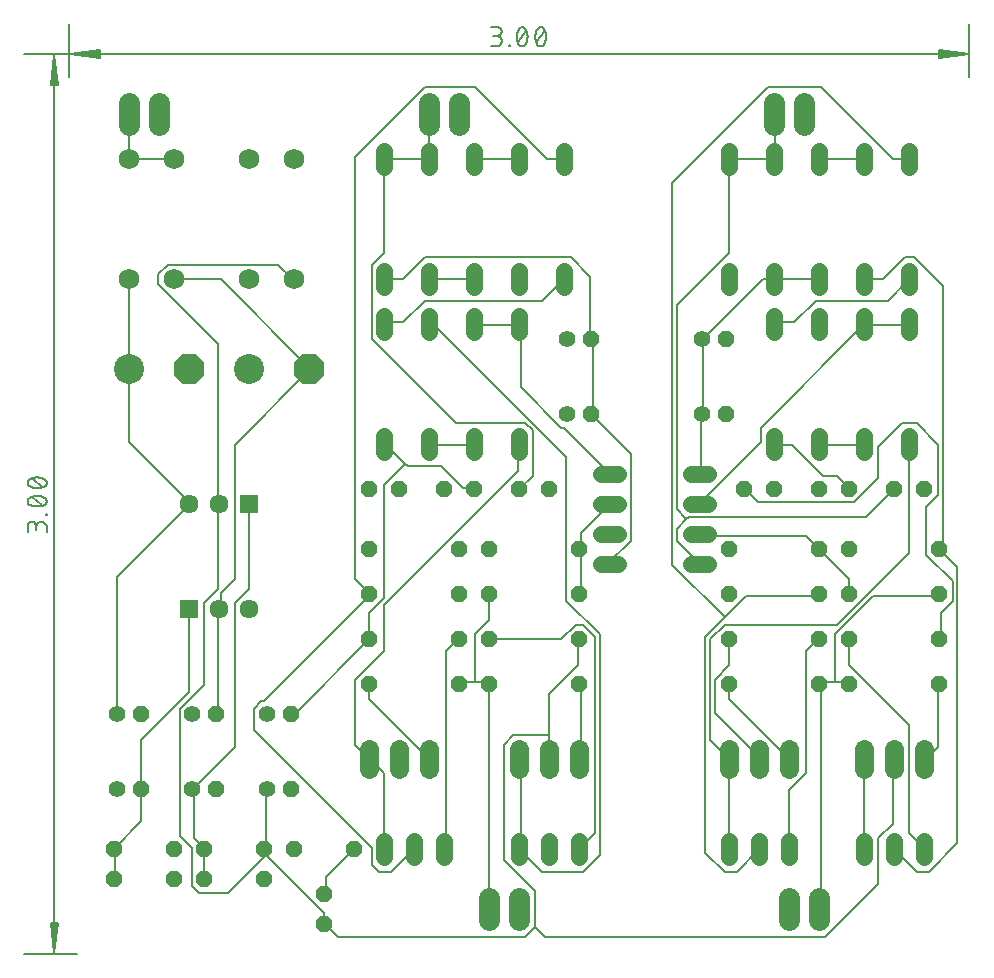
<source format=gtl>
G75*
%MOIN*%
%OFA0B0*%
%FSLAX25Y25*%
%IPPOS*%
%LPD*%
%AMOC8*
5,1,8,0,0,1.08239X$1,22.5*
%
%ADD10C,0.00512*%
%ADD11C,0.00600*%
%ADD12C,0.10000*%
%ADD13OC8,0.10000*%
%ADD14OC8,0.05600*%
%ADD15C,0.05600*%
%ADD16C,0.06800*%
%ADD17C,0.05600*%
%ADD18C,0.06400*%
%ADD19R,0.06337X0.06337*%
%ADD20C,0.06337*%
%ADD21C,0.07124*%
%ADD22C,0.00800*%
D10*
X0003342Y0001256D02*
X0021019Y0001256D01*
X0013342Y0001512D02*
X0014365Y0011492D01*
X0014599Y0011492D02*
X0013342Y0001512D01*
X0012318Y0011492D01*
X0012085Y0011492D02*
X0014599Y0011492D01*
X0013854Y0011492D02*
X0013342Y0001512D01*
X0012830Y0011492D01*
X0012085Y0011492D02*
X0013342Y0001512D01*
X0013342Y0301000D01*
X0014365Y0291020D01*
X0014599Y0291020D02*
X0013342Y0301000D01*
X0012318Y0291020D01*
X0012085Y0291020D02*
X0014599Y0291020D01*
X0013854Y0291020D02*
X0013342Y0301000D01*
X0012830Y0291020D01*
X0012085Y0291020D02*
X0013342Y0301000D01*
X0018598Y0301256D02*
X0028578Y0300232D01*
X0028578Y0299999D02*
X0018598Y0301256D01*
X0028578Y0302280D01*
X0028578Y0302513D02*
X0028578Y0299999D01*
X0028578Y0300744D02*
X0018598Y0301256D01*
X0028578Y0301768D01*
X0028578Y0302513D02*
X0018598Y0301256D01*
X0318086Y0301256D01*
X0308106Y0300232D01*
X0308106Y0299999D02*
X0318086Y0301256D01*
X0308106Y0302280D01*
X0308106Y0302513D02*
X0308106Y0299999D01*
X0308106Y0300744D02*
X0318086Y0301256D01*
X0308106Y0301768D01*
X0308106Y0302513D02*
X0318086Y0301256D01*
X0318342Y0293579D02*
X0318342Y0311256D01*
X0021019Y0301256D02*
X0003342Y0301256D01*
X0018342Y0293579D02*
X0018342Y0311256D01*
D11*
X0158873Y0310218D02*
X0161006Y0310218D01*
X0161006Y0310217D02*
X0161080Y0310215D01*
X0161155Y0310209D01*
X0161228Y0310199D01*
X0161302Y0310186D01*
X0161374Y0310169D01*
X0161445Y0310147D01*
X0161516Y0310123D01*
X0161584Y0310094D01*
X0161652Y0310062D01*
X0161717Y0310026D01*
X0161780Y0309988D01*
X0161842Y0309945D01*
X0161901Y0309900D01*
X0161958Y0309852D01*
X0162012Y0309801D01*
X0162063Y0309747D01*
X0162111Y0309690D01*
X0162156Y0309631D01*
X0162199Y0309569D01*
X0162237Y0309506D01*
X0162273Y0309441D01*
X0162305Y0309373D01*
X0162334Y0309305D01*
X0162358Y0309234D01*
X0162380Y0309163D01*
X0162397Y0309091D01*
X0162410Y0309017D01*
X0162420Y0308944D01*
X0162426Y0308869D01*
X0162428Y0308795D01*
X0162426Y0308721D01*
X0162420Y0308646D01*
X0162410Y0308573D01*
X0162397Y0308499D01*
X0162380Y0308427D01*
X0162358Y0308356D01*
X0162334Y0308285D01*
X0162305Y0308217D01*
X0162273Y0308149D01*
X0162237Y0308084D01*
X0162199Y0308021D01*
X0162156Y0307959D01*
X0162111Y0307900D01*
X0162063Y0307843D01*
X0162012Y0307789D01*
X0161958Y0307738D01*
X0161901Y0307690D01*
X0161842Y0307645D01*
X0161780Y0307602D01*
X0161717Y0307564D01*
X0161652Y0307528D01*
X0161584Y0307496D01*
X0161516Y0307467D01*
X0161445Y0307443D01*
X0161374Y0307421D01*
X0161302Y0307404D01*
X0161228Y0307391D01*
X0161155Y0307381D01*
X0161080Y0307375D01*
X0161006Y0307373D01*
X0159584Y0307373D01*
X0160650Y0307373D02*
X0160733Y0307371D01*
X0160816Y0307365D01*
X0160899Y0307355D01*
X0160982Y0307342D01*
X0161063Y0307324D01*
X0161144Y0307303D01*
X0161223Y0307278D01*
X0161301Y0307249D01*
X0161378Y0307217D01*
X0161453Y0307181D01*
X0161527Y0307142D01*
X0161598Y0307099D01*
X0161668Y0307053D01*
X0161735Y0307003D01*
X0161800Y0306951D01*
X0161862Y0306896D01*
X0161922Y0306837D01*
X0161979Y0306776D01*
X0162033Y0306713D01*
X0162084Y0306647D01*
X0162131Y0306578D01*
X0162176Y0306508D01*
X0162217Y0306435D01*
X0162254Y0306361D01*
X0162289Y0306285D01*
X0162319Y0306207D01*
X0162346Y0306129D01*
X0162369Y0306048D01*
X0162389Y0305967D01*
X0162404Y0305885D01*
X0162416Y0305803D01*
X0162424Y0305720D01*
X0162428Y0305637D01*
X0162428Y0305553D01*
X0162424Y0305470D01*
X0162416Y0305387D01*
X0162404Y0305305D01*
X0162389Y0305223D01*
X0162369Y0305142D01*
X0162346Y0305061D01*
X0162319Y0304983D01*
X0162289Y0304905D01*
X0162254Y0304829D01*
X0162217Y0304755D01*
X0162176Y0304682D01*
X0162131Y0304612D01*
X0162084Y0304543D01*
X0162033Y0304477D01*
X0161979Y0304414D01*
X0161922Y0304353D01*
X0161862Y0304294D01*
X0161800Y0304239D01*
X0161735Y0304187D01*
X0161668Y0304137D01*
X0161598Y0304091D01*
X0161527Y0304048D01*
X0161453Y0304009D01*
X0161378Y0303973D01*
X0161301Y0303941D01*
X0161223Y0303912D01*
X0161144Y0303887D01*
X0161063Y0303866D01*
X0160982Y0303848D01*
X0160899Y0303835D01*
X0160816Y0303825D01*
X0160733Y0303819D01*
X0160650Y0303817D01*
X0160650Y0303818D02*
X0158873Y0303818D01*
X0164780Y0303818D02*
X0165136Y0303818D01*
X0165136Y0304173D01*
X0164780Y0304173D01*
X0164780Y0303818D01*
X0170511Y0304707D02*
X0170571Y0304834D01*
X0170627Y0304963D01*
X0170680Y0305093D01*
X0170730Y0305225D01*
X0170776Y0305358D01*
X0170818Y0305492D01*
X0170857Y0305627D01*
X0170893Y0305764D01*
X0170924Y0305901D01*
X0170952Y0306039D01*
X0170977Y0306177D01*
X0170997Y0306316D01*
X0171014Y0306456D01*
X0171027Y0306596D01*
X0171036Y0306737D01*
X0171042Y0306877D01*
X0171044Y0307018D01*
X0176665Y0304707D02*
X0176725Y0304834D01*
X0176781Y0304963D01*
X0176834Y0305093D01*
X0176884Y0305225D01*
X0176930Y0305358D01*
X0176972Y0305492D01*
X0177011Y0305627D01*
X0177047Y0305764D01*
X0177078Y0305901D01*
X0177106Y0306039D01*
X0177131Y0306177D01*
X0177151Y0306316D01*
X0177168Y0306456D01*
X0177181Y0306596D01*
X0177190Y0306737D01*
X0177196Y0306877D01*
X0177198Y0307018D01*
X0173642Y0307018D02*
X0173644Y0307159D01*
X0173650Y0307299D01*
X0173659Y0307440D01*
X0173672Y0307580D01*
X0173689Y0307720D01*
X0173709Y0307859D01*
X0173734Y0307997D01*
X0173762Y0308135D01*
X0173793Y0308272D01*
X0173829Y0308409D01*
X0173868Y0308544D01*
X0173910Y0308678D01*
X0173956Y0308811D01*
X0174006Y0308943D01*
X0174059Y0309073D01*
X0174115Y0309202D01*
X0174175Y0309329D01*
X0175420Y0310218D02*
X0175491Y0310216D01*
X0175562Y0310210D01*
X0175632Y0310201D01*
X0175702Y0310187D01*
X0175771Y0310170D01*
X0175838Y0310150D01*
X0175905Y0310125D01*
X0175970Y0310097D01*
X0176034Y0310066D01*
X0176096Y0310031D01*
X0176156Y0309993D01*
X0176214Y0309952D01*
X0176269Y0309908D01*
X0176322Y0309860D01*
X0176372Y0309810D01*
X0176420Y0309758D01*
X0176465Y0309703D01*
X0176506Y0309645D01*
X0176545Y0309585D01*
X0176580Y0309524D01*
X0176612Y0309460D01*
X0176640Y0309395D01*
X0176665Y0309329D01*
X0176842Y0308795D02*
X0173998Y0305240D01*
X0175420Y0303817D02*
X0175491Y0303819D01*
X0175562Y0303825D01*
X0175632Y0303834D01*
X0175702Y0303848D01*
X0175771Y0303865D01*
X0175838Y0303885D01*
X0175905Y0303910D01*
X0175970Y0303938D01*
X0176034Y0303969D01*
X0176096Y0304004D01*
X0176156Y0304042D01*
X0176213Y0304083D01*
X0176269Y0304127D01*
X0176322Y0304175D01*
X0176372Y0304225D01*
X0176420Y0304277D01*
X0176465Y0304332D01*
X0176506Y0304390D01*
X0176545Y0304450D01*
X0176580Y0304511D01*
X0176612Y0304575D01*
X0176640Y0304640D01*
X0176665Y0304706D01*
X0175420Y0303817D02*
X0175349Y0303819D01*
X0175278Y0303825D01*
X0175208Y0303834D01*
X0175138Y0303848D01*
X0175069Y0303865D01*
X0175002Y0303885D01*
X0174935Y0303910D01*
X0174870Y0303938D01*
X0174806Y0303969D01*
X0174744Y0304004D01*
X0174684Y0304042D01*
X0174626Y0304083D01*
X0174571Y0304127D01*
X0174518Y0304175D01*
X0174468Y0304225D01*
X0174420Y0304277D01*
X0174375Y0304332D01*
X0174334Y0304390D01*
X0174295Y0304450D01*
X0174260Y0304511D01*
X0174228Y0304575D01*
X0174200Y0304640D01*
X0174175Y0304706D01*
X0168021Y0304707D02*
X0167961Y0304834D01*
X0167905Y0304963D01*
X0167852Y0305093D01*
X0167802Y0305225D01*
X0167756Y0305358D01*
X0167714Y0305492D01*
X0167675Y0305627D01*
X0167639Y0305764D01*
X0167608Y0305901D01*
X0167580Y0306039D01*
X0167555Y0306177D01*
X0167535Y0306316D01*
X0167518Y0306456D01*
X0167505Y0306596D01*
X0167496Y0306737D01*
X0167490Y0306877D01*
X0167488Y0307018D01*
X0171044Y0307018D02*
X0171042Y0307159D01*
X0171036Y0307299D01*
X0171027Y0307440D01*
X0171014Y0307580D01*
X0170997Y0307720D01*
X0170977Y0307859D01*
X0170952Y0307997D01*
X0170924Y0308135D01*
X0170893Y0308272D01*
X0170857Y0308409D01*
X0170818Y0308544D01*
X0170776Y0308678D01*
X0170730Y0308811D01*
X0170680Y0308943D01*
X0170627Y0309073D01*
X0170571Y0309202D01*
X0170511Y0309329D01*
X0170688Y0308795D02*
X0167844Y0305240D01*
X0169266Y0303817D02*
X0169337Y0303819D01*
X0169408Y0303825D01*
X0169478Y0303834D01*
X0169548Y0303848D01*
X0169617Y0303865D01*
X0169684Y0303885D01*
X0169751Y0303910D01*
X0169816Y0303938D01*
X0169880Y0303969D01*
X0169942Y0304004D01*
X0170002Y0304042D01*
X0170059Y0304083D01*
X0170115Y0304127D01*
X0170168Y0304175D01*
X0170218Y0304225D01*
X0170266Y0304277D01*
X0170311Y0304332D01*
X0170352Y0304390D01*
X0170391Y0304450D01*
X0170426Y0304511D01*
X0170458Y0304575D01*
X0170486Y0304640D01*
X0170511Y0304706D01*
X0169266Y0303817D02*
X0169195Y0303819D01*
X0169124Y0303825D01*
X0169054Y0303834D01*
X0168984Y0303848D01*
X0168915Y0303865D01*
X0168848Y0303885D01*
X0168781Y0303910D01*
X0168716Y0303938D01*
X0168652Y0303969D01*
X0168590Y0304004D01*
X0168530Y0304042D01*
X0168472Y0304083D01*
X0168417Y0304127D01*
X0168364Y0304175D01*
X0168314Y0304225D01*
X0168266Y0304277D01*
X0168221Y0304332D01*
X0168180Y0304390D01*
X0168141Y0304450D01*
X0168106Y0304511D01*
X0168074Y0304575D01*
X0168046Y0304640D01*
X0168021Y0304706D01*
X0177198Y0307018D02*
X0177196Y0307159D01*
X0177190Y0307299D01*
X0177181Y0307440D01*
X0177168Y0307580D01*
X0177151Y0307720D01*
X0177131Y0307859D01*
X0177106Y0307997D01*
X0177078Y0308135D01*
X0177047Y0308272D01*
X0177011Y0308409D01*
X0176972Y0308544D01*
X0176930Y0308678D01*
X0176884Y0308811D01*
X0176834Y0308943D01*
X0176781Y0309073D01*
X0176725Y0309202D01*
X0176665Y0309329D01*
X0175420Y0310218D02*
X0175349Y0310216D01*
X0175278Y0310210D01*
X0175208Y0310201D01*
X0175138Y0310187D01*
X0175069Y0310170D01*
X0175002Y0310150D01*
X0174935Y0310125D01*
X0174870Y0310097D01*
X0174806Y0310066D01*
X0174744Y0310031D01*
X0174684Y0309993D01*
X0174626Y0309952D01*
X0174571Y0309908D01*
X0174518Y0309860D01*
X0174468Y0309810D01*
X0174420Y0309758D01*
X0174375Y0309703D01*
X0174334Y0309645D01*
X0174295Y0309585D01*
X0174260Y0309524D01*
X0174228Y0309460D01*
X0174200Y0309395D01*
X0174175Y0309329D01*
X0168021Y0309329D02*
X0167961Y0309202D01*
X0167905Y0309073D01*
X0167852Y0308943D01*
X0167802Y0308811D01*
X0167756Y0308678D01*
X0167714Y0308544D01*
X0167675Y0308409D01*
X0167639Y0308272D01*
X0167608Y0308135D01*
X0167580Y0307997D01*
X0167555Y0307859D01*
X0167535Y0307720D01*
X0167518Y0307580D01*
X0167505Y0307440D01*
X0167496Y0307299D01*
X0167490Y0307159D01*
X0167488Y0307018D01*
X0169266Y0310218D02*
X0169337Y0310216D01*
X0169408Y0310210D01*
X0169478Y0310201D01*
X0169548Y0310187D01*
X0169617Y0310170D01*
X0169684Y0310150D01*
X0169751Y0310125D01*
X0169816Y0310097D01*
X0169880Y0310066D01*
X0169942Y0310031D01*
X0170002Y0309993D01*
X0170060Y0309952D01*
X0170115Y0309908D01*
X0170168Y0309860D01*
X0170218Y0309810D01*
X0170266Y0309758D01*
X0170311Y0309703D01*
X0170352Y0309645D01*
X0170391Y0309585D01*
X0170426Y0309524D01*
X0170458Y0309460D01*
X0170486Y0309395D01*
X0170511Y0309329D01*
X0169266Y0310218D02*
X0169195Y0310216D01*
X0169124Y0310210D01*
X0169054Y0310201D01*
X0168984Y0310187D01*
X0168915Y0310170D01*
X0168848Y0310150D01*
X0168781Y0310125D01*
X0168716Y0310097D01*
X0168652Y0310066D01*
X0168590Y0310031D01*
X0168530Y0309993D01*
X0168472Y0309952D01*
X0168417Y0309908D01*
X0168364Y0309860D01*
X0168314Y0309810D01*
X0168266Y0309758D01*
X0168221Y0309703D01*
X0168180Y0309645D01*
X0168141Y0309585D01*
X0168106Y0309524D01*
X0168074Y0309460D01*
X0168046Y0309395D01*
X0168021Y0309329D01*
X0173642Y0307018D02*
X0173644Y0306877D01*
X0173650Y0306737D01*
X0173659Y0306596D01*
X0173672Y0306456D01*
X0173689Y0306316D01*
X0173709Y0306177D01*
X0173734Y0306039D01*
X0173762Y0305901D01*
X0173793Y0305764D01*
X0173829Y0305627D01*
X0173868Y0305492D01*
X0173910Y0305358D01*
X0173956Y0305225D01*
X0174006Y0305093D01*
X0174059Y0304963D01*
X0174115Y0304834D01*
X0174175Y0304707D01*
X0010780Y0148050D02*
X0010780Y0147694D01*
X0010424Y0147694D01*
X0010424Y0148050D01*
X0010780Y0148050D01*
X0009358Y0150758D02*
X0005802Y0153602D01*
X0005269Y0153425D02*
X0005203Y0153400D01*
X0005138Y0153372D01*
X0005074Y0153340D01*
X0005013Y0153305D01*
X0004953Y0153266D01*
X0004895Y0153225D01*
X0004840Y0153180D01*
X0004788Y0153132D01*
X0004738Y0153082D01*
X0004690Y0153029D01*
X0004646Y0152974D01*
X0004605Y0152916D01*
X0004567Y0152856D01*
X0004532Y0152794D01*
X0004501Y0152730D01*
X0004473Y0152665D01*
X0004448Y0152598D01*
X0004428Y0152531D01*
X0004411Y0152462D01*
X0004397Y0152392D01*
X0004388Y0152322D01*
X0004382Y0152251D01*
X0004380Y0152180D01*
X0004382Y0152109D01*
X0004388Y0152038D01*
X0004397Y0151968D01*
X0004411Y0151898D01*
X0004428Y0151829D01*
X0004448Y0151762D01*
X0004473Y0151695D01*
X0004501Y0151630D01*
X0004532Y0151566D01*
X0004567Y0151504D01*
X0004605Y0151444D01*
X0004646Y0151386D01*
X0004690Y0151331D01*
X0004738Y0151278D01*
X0004788Y0151228D01*
X0004840Y0151180D01*
X0004895Y0151135D01*
X0004953Y0151094D01*
X0005013Y0151055D01*
X0005074Y0151020D01*
X0005138Y0150988D01*
X0005203Y0150960D01*
X0005269Y0150935D01*
X0005269Y0153425D02*
X0005396Y0153485D01*
X0005525Y0153541D01*
X0005655Y0153594D01*
X0005787Y0153644D01*
X0005920Y0153690D01*
X0006054Y0153732D01*
X0006189Y0153771D01*
X0006326Y0153807D01*
X0006463Y0153838D01*
X0006601Y0153866D01*
X0006739Y0153891D01*
X0006878Y0153911D01*
X0007018Y0153928D01*
X0007158Y0153941D01*
X0007299Y0153950D01*
X0007439Y0153956D01*
X0007580Y0153958D01*
X0009891Y0159579D02*
X0009764Y0159639D01*
X0009635Y0159695D01*
X0009505Y0159748D01*
X0009373Y0159798D01*
X0009240Y0159844D01*
X0009106Y0159886D01*
X0008971Y0159925D01*
X0008834Y0159961D01*
X0008697Y0159992D01*
X0008559Y0160020D01*
X0008421Y0160045D01*
X0008282Y0160065D01*
X0008142Y0160082D01*
X0008002Y0160095D01*
X0007861Y0160104D01*
X0007721Y0160110D01*
X0007580Y0160112D01*
X0007580Y0156556D02*
X0007439Y0156558D01*
X0007299Y0156564D01*
X0007158Y0156573D01*
X0007018Y0156586D01*
X0006878Y0156603D01*
X0006739Y0156623D01*
X0006601Y0156648D01*
X0006463Y0156676D01*
X0006326Y0156707D01*
X0006189Y0156743D01*
X0006054Y0156782D01*
X0005920Y0156824D01*
X0005787Y0156870D01*
X0005655Y0156920D01*
X0005525Y0156973D01*
X0005396Y0157029D01*
X0005269Y0157089D01*
X0005203Y0157114D01*
X0005138Y0157142D01*
X0005074Y0157174D01*
X0005013Y0157209D01*
X0004953Y0157248D01*
X0004895Y0157289D01*
X0004840Y0157334D01*
X0004788Y0157382D01*
X0004738Y0157432D01*
X0004690Y0157485D01*
X0004646Y0157540D01*
X0004605Y0157598D01*
X0004567Y0157658D01*
X0004532Y0157720D01*
X0004501Y0157784D01*
X0004473Y0157849D01*
X0004448Y0157916D01*
X0004428Y0157983D01*
X0004411Y0158052D01*
X0004397Y0158122D01*
X0004388Y0158192D01*
X0004382Y0158263D01*
X0004380Y0158334D01*
X0004382Y0158405D01*
X0004388Y0158476D01*
X0004397Y0158546D01*
X0004411Y0158616D01*
X0004428Y0158685D01*
X0004448Y0158752D01*
X0004473Y0158819D01*
X0004501Y0158884D01*
X0004532Y0158948D01*
X0004567Y0159010D01*
X0004605Y0159070D01*
X0004646Y0159128D01*
X0004690Y0159183D01*
X0004738Y0159236D01*
X0004788Y0159286D01*
X0004840Y0159334D01*
X0004895Y0159379D01*
X0004953Y0159420D01*
X0005013Y0159459D01*
X0005074Y0159494D01*
X0005138Y0159526D01*
X0005203Y0159554D01*
X0005269Y0159579D01*
X0005802Y0159756D02*
X0009358Y0156912D01*
X0010780Y0158334D02*
X0010778Y0158405D01*
X0010772Y0158476D01*
X0010763Y0158546D01*
X0010749Y0158616D01*
X0010732Y0158685D01*
X0010712Y0158752D01*
X0010687Y0158819D01*
X0010659Y0158884D01*
X0010628Y0158948D01*
X0010593Y0159010D01*
X0010555Y0159070D01*
X0010514Y0159127D01*
X0010470Y0159183D01*
X0010422Y0159236D01*
X0010372Y0159286D01*
X0010320Y0159334D01*
X0010265Y0159379D01*
X0010207Y0159420D01*
X0010147Y0159459D01*
X0010086Y0159494D01*
X0010022Y0159526D01*
X0009957Y0159554D01*
X0009891Y0159579D01*
X0010780Y0158334D02*
X0010778Y0158263D01*
X0010772Y0158192D01*
X0010763Y0158122D01*
X0010749Y0158052D01*
X0010732Y0157983D01*
X0010712Y0157916D01*
X0010687Y0157849D01*
X0010659Y0157784D01*
X0010628Y0157720D01*
X0010593Y0157658D01*
X0010555Y0157598D01*
X0010514Y0157540D01*
X0010470Y0157485D01*
X0010422Y0157432D01*
X0010372Y0157382D01*
X0010320Y0157334D01*
X0010265Y0157289D01*
X0010207Y0157248D01*
X0010147Y0157209D01*
X0010086Y0157174D01*
X0010022Y0157142D01*
X0009957Y0157114D01*
X0009891Y0157089D01*
X0009891Y0150935D02*
X0009764Y0150875D01*
X0009635Y0150819D01*
X0009505Y0150766D01*
X0009373Y0150716D01*
X0009240Y0150670D01*
X0009106Y0150628D01*
X0008971Y0150589D01*
X0008834Y0150553D01*
X0008697Y0150522D01*
X0008559Y0150494D01*
X0008421Y0150469D01*
X0008282Y0150449D01*
X0008142Y0150432D01*
X0008002Y0150419D01*
X0007861Y0150410D01*
X0007721Y0150404D01*
X0007580Y0150402D01*
X0007580Y0153958D02*
X0007721Y0153956D01*
X0007861Y0153950D01*
X0008002Y0153941D01*
X0008142Y0153928D01*
X0008282Y0153911D01*
X0008421Y0153891D01*
X0008559Y0153866D01*
X0008697Y0153838D01*
X0008834Y0153807D01*
X0008971Y0153771D01*
X0009106Y0153732D01*
X0009240Y0153690D01*
X0009373Y0153644D01*
X0009505Y0153594D01*
X0009635Y0153541D01*
X0009764Y0153485D01*
X0009891Y0153425D01*
X0009957Y0153400D01*
X0010022Y0153372D01*
X0010086Y0153340D01*
X0010147Y0153305D01*
X0010207Y0153266D01*
X0010265Y0153225D01*
X0010320Y0153180D01*
X0010372Y0153132D01*
X0010422Y0153082D01*
X0010470Y0153029D01*
X0010514Y0152973D01*
X0010555Y0152916D01*
X0010593Y0152856D01*
X0010628Y0152794D01*
X0010659Y0152730D01*
X0010687Y0152665D01*
X0010712Y0152598D01*
X0010732Y0152531D01*
X0010749Y0152462D01*
X0010763Y0152392D01*
X0010772Y0152322D01*
X0010778Y0152251D01*
X0010780Y0152180D01*
X0010778Y0152109D01*
X0010772Y0152038D01*
X0010763Y0151968D01*
X0010749Y0151898D01*
X0010732Y0151829D01*
X0010712Y0151762D01*
X0010687Y0151695D01*
X0010659Y0151630D01*
X0010628Y0151566D01*
X0010593Y0151504D01*
X0010555Y0151444D01*
X0010514Y0151386D01*
X0010470Y0151331D01*
X0010422Y0151278D01*
X0010372Y0151228D01*
X0010320Y0151180D01*
X0010265Y0151135D01*
X0010207Y0151094D01*
X0010147Y0151055D01*
X0010086Y0151020D01*
X0010022Y0150988D01*
X0009957Y0150960D01*
X0009891Y0150935D01*
X0007580Y0160112D02*
X0007439Y0160110D01*
X0007299Y0160104D01*
X0007158Y0160095D01*
X0007018Y0160082D01*
X0006878Y0160065D01*
X0006739Y0160045D01*
X0006601Y0160020D01*
X0006463Y0159992D01*
X0006326Y0159961D01*
X0006189Y0159925D01*
X0006054Y0159886D01*
X0005920Y0159844D01*
X0005787Y0159798D01*
X0005655Y0159748D01*
X0005525Y0159695D01*
X0005396Y0159639D01*
X0005269Y0159579D01*
X0007580Y0156556D02*
X0007721Y0156558D01*
X0007861Y0156564D01*
X0008002Y0156573D01*
X0008142Y0156586D01*
X0008282Y0156603D01*
X0008421Y0156623D01*
X0008559Y0156648D01*
X0008697Y0156676D01*
X0008834Y0156707D01*
X0008971Y0156743D01*
X0009106Y0156782D01*
X0009240Y0156824D01*
X0009373Y0156870D01*
X0009505Y0156920D01*
X0009635Y0156973D01*
X0009764Y0157029D01*
X0009891Y0157089D01*
X0007580Y0150402D02*
X0007439Y0150404D01*
X0007299Y0150410D01*
X0007158Y0150419D01*
X0007018Y0150432D01*
X0006878Y0150449D01*
X0006739Y0150469D01*
X0006601Y0150494D01*
X0006463Y0150522D01*
X0006326Y0150553D01*
X0006189Y0150589D01*
X0006054Y0150628D01*
X0005920Y0150670D01*
X0005787Y0150716D01*
X0005655Y0150766D01*
X0005525Y0150819D01*
X0005396Y0150875D01*
X0005269Y0150935D01*
X0004380Y0143920D02*
X0004382Y0143994D01*
X0004388Y0144069D01*
X0004398Y0144142D01*
X0004411Y0144216D01*
X0004428Y0144288D01*
X0004450Y0144359D01*
X0004474Y0144430D01*
X0004503Y0144498D01*
X0004535Y0144566D01*
X0004571Y0144631D01*
X0004609Y0144694D01*
X0004652Y0144756D01*
X0004697Y0144815D01*
X0004745Y0144872D01*
X0004796Y0144926D01*
X0004850Y0144977D01*
X0004907Y0145025D01*
X0004966Y0145070D01*
X0005028Y0145113D01*
X0005091Y0145151D01*
X0005156Y0145187D01*
X0005224Y0145219D01*
X0005292Y0145248D01*
X0005363Y0145272D01*
X0005434Y0145294D01*
X0005506Y0145311D01*
X0005580Y0145324D01*
X0005653Y0145334D01*
X0005728Y0145340D01*
X0005802Y0145342D01*
X0005876Y0145340D01*
X0005951Y0145334D01*
X0006024Y0145324D01*
X0006098Y0145311D01*
X0006170Y0145294D01*
X0006241Y0145272D01*
X0006312Y0145248D01*
X0006380Y0145219D01*
X0006448Y0145187D01*
X0006513Y0145151D01*
X0006576Y0145113D01*
X0006638Y0145070D01*
X0006697Y0145025D01*
X0006754Y0144977D01*
X0006808Y0144926D01*
X0006859Y0144872D01*
X0006907Y0144815D01*
X0006952Y0144756D01*
X0006995Y0144694D01*
X0007033Y0144631D01*
X0007069Y0144566D01*
X0007101Y0144498D01*
X0007130Y0144430D01*
X0007154Y0144359D01*
X0007176Y0144288D01*
X0007193Y0144216D01*
X0007206Y0144142D01*
X0007216Y0144069D01*
X0007222Y0143994D01*
X0007224Y0143920D01*
X0007224Y0142498D01*
X0007224Y0143564D02*
X0007226Y0143647D01*
X0007232Y0143730D01*
X0007242Y0143813D01*
X0007255Y0143896D01*
X0007273Y0143977D01*
X0007294Y0144058D01*
X0007319Y0144137D01*
X0007348Y0144215D01*
X0007380Y0144292D01*
X0007416Y0144367D01*
X0007455Y0144441D01*
X0007498Y0144512D01*
X0007544Y0144582D01*
X0007594Y0144649D01*
X0007646Y0144714D01*
X0007701Y0144776D01*
X0007760Y0144836D01*
X0007821Y0144893D01*
X0007884Y0144947D01*
X0007950Y0144998D01*
X0008019Y0145045D01*
X0008089Y0145090D01*
X0008162Y0145131D01*
X0008236Y0145168D01*
X0008312Y0145203D01*
X0008390Y0145233D01*
X0008468Y0145260D01*
X0008549Y0145283D01*
X0008630Y0145303D01*
X0008712Y0145318D01*
X0008794Y0145330D01*
X0008877Y0145338D01*
X0008960Y0145342D01*
X0009044Y0145342D01*
X0009127Y0145338D01*
X0009210Y0145330D01*
X0009292Y0145318D01*
X0009374Y0145303D01*
X0009455Y0145283D01*
X0009536Y0145260D01*
X0009614Y0145233D01*
X0009692Y0145203D01*
X0009768Y0145168D01*
X0009842Y0145131D01*
X0009915Y0145090D01*
X0009985Y0145045D01*
X0010054Y0144998D01*
X0010120Y0144947D01*
X0010183Y0144893D01*
X0010244Y0144836D01*
X0010303Y0144776D01*
X0010358Y0144714D01*
X0010410Y0144649D01*
X0010460Y0144582D01*
X0010506Y0144512D01*
X0010549Y0144441D01*
X0010588Y0144367D01*
X0010624Y0144292D01*
X0010656Y0144215D01*
X0010685Y0144137D01*
X0010710Y0144058D01*
X0010731Y0143977D01*
X0010749Y0143896D01*
X0010762Y0143813D01*
X0010772Y0143730D01*
X0010778Y0143647D01*
X0010780Y0143564D01*
X0010780Y0141787D01*
X0004380Y0141787D02*
X0004380Y0143920D01*
D12*
X0038342Y0196256D03*
X0078342Y0196256D03*
D13*
X0098342Y0196256D03*
X0058342Y0196256D03*
D14*
X0118342Y0156256D03*
X0128342Y0156256D03*
X0143342Y0156256D03*
X0153342Y0156256D03*
X0168342Y0156256D03*
X0178342Y0156256D03*
X0188342Y0136256D03*
X0188342Y0121256D03*
X0188342Y0106256D03*
X0188342Y0091256D03*
X0158342Y0091256D03*
X0148342Y0091256D03*
X0148342Y0106256D03*
X0158342Y0106256D03*
X0158342Y0121256D03*
X0148342Y0121256D03*
X0148342Y0136256D03*
X0158342Y0136256D03*
X0118342Y0136256D03*
X0118342Y0121256D03*
X0118342Y0106256D03*
X0118342Y0091256D03*
X0092342Y0081256D03*
X0067342Y0081256D03*
X0067342Y0056256D03*
X0063342Y0036256D03*
X0063342Y0026256D03*
X0053342Y0026256D03*
X0053342Y0036256D03*
X0033342Y0036256D03*
X0033342Y0026256D03*
X0042342Y0056256D03*
X0042342Y0081256D03*
X0083342Y0036256D03*
X0093342Y0036256D03*
X0083342Y0026256D03*
X0103342Y0021256D03*
X0103342Y0011256D03*
X0113342Y0036256D03*
X0092342Y0056256D03*
X0192342Y0181256D03*
X0192342Y0206256D03*
X0237342Y0206256D03*
X0237342Y0181256D03*
X0243342Y0156256D03*
X0253342Y0156256D03*
X0268342Y0156256D03*
X0278342Y0156256D03*
X0293342Y0156256D03*
X0303342Y0156256D03*
X0308342Y0136256D03*
X0308342Y0121256D03*
X0308342Y0106256D03*
X0308342Y0091256D03*
X0278342Y0091256D03*
X0268342Y0091256D03*
X0268342Y0106256D03*
X0278342Y0106256D03*
X0278342Y0121256D03*
X0268342Y0121256D03*
X0268342Y0136256D03*
X0278342Y0136256D03*
X0238342Y0136256D03*
X0238342Y0121256D03*
X0238342Y0106256D03*
X0238342Y0091256D03*
D15*
X0229342Y0181256D03*
X0229342Y0206256D03*
X0184342Y0206256D03*
X0184342Y0181256D03*
X0084342Y0081256D03*
X0084342Y0056256D03*
X0059342Y0056256D03*
X0059342Y0081256D03*
X0034342Y0081256D03*
X0034342Y0056256D03*
D16*
X0038342Y0226256D03*
X0053342Y0226256D03*
X0078342Y0226256D03*
X0093342Y0226256D03*
X0093342Y0266256D03*
X0078342Y0266256D03*
X0053342Y0266256D03*
X0038342Y0266256D03*
D17*
X0123342Y0269056D02*
X0123342Y0263456D01*
X0138342Y0263456D02*
X0138342Y0269056D01*
X0153342Y0269056D02*
X0153342Y0263456D01*
X0168342Y0263456D02*
X0168342Y0269056D01*
X0183342Y0269056D02*
X0183342Y0263456D01*
X0183342Y0229056D02*
X0183342Y0223456D01*
X0168342Y0223456D02*
X0168342Y0229056D01*
X0168342Y0214056D02*
X0168342Y0208456D01*
X0153342Y0208456D02*
X0153342Y0214056D01*
X0153342Y0223456D02*
X0153342Y0229056D01*
X0138342Y0229056D02*
X0138342Y0223456D01*
X0138342Y0214056D02*
X0138342Y0208456D01*
X0123342Y0208456D02*
X0123342Y0214056D01*
X0123342Y0223456D02*
X0123342Y0229056D01*
X0123342Y0174056D02*
X0123342Y0168456D01*
X0138342Y0168456D02*
X0138342Y0174056D01*
X0153342Y0174056D02*
X0153342Y0168456D01*
X0168342Y0168456D02*
X0168342Y0174056D01*
X0195542Y0161256D02*
X0201142Y0161256D01*
X0201142Y0151256D02*
X0195542Y0151256D01*
X0195542Y0141256D02*
X0201142Y0141256D01*
X0201142Y0131256D02*
X0195542Y0131256D01*
X0225542Y0131256D02*
X0231142Y0131256D01*
X0231142Y0141256D02*
X0225542Y0141256D01*
X0225542Y0151256D02*
X0231142Y0151256D01*
X0231142Y0161256D02*
X0225542Y0161256D01*
X0253342Y0168456D02*
X0253342Y0174056D01*
X0268342Y0174056D02*
X0268342Y0168456D01*
X0283342Y0168456D02*
X0283342Y0174056D01*
X0298342Y0174056D02*
X0298342Y0168456D01*
X0298342Y0208456D02*
X0298342Y0214056D01*
X0298342Y0223456D02*
X0298342Y0229056D01*
X0283342Y0229056D02*
X0283342Y0223456D01*
X0283342Y0214056D02*
X0283342Y0208456D01*
X0268342Y0208456D02*
X0268342Y0214056D01*
X0268342Y0223456D02*
X0268342Y0229056D01*
X0253342Y0229056D02*
X0253342Y0223456D01*
X0253342Y0214056D02*
X0253342Y0208456D01*
X0238342Y0223456D02*
X0238342Y0229056D01*
X0238342Y0263456D02*
X0238342Y0269056D01*
X0253342Y0269056D02*
X0253342Y0263456D01*
X0268342Y0263456D02*
X0268342Y0269056D01*
X0283342Y0269056D02*
X0283342Y0263456D01*
X0298342Y0263456D02*
X0298342Y0269056D01*
X0303342Y0039056D02*
X0303342Y0033456D01*
X0293342Y0033456D02*
X0293342Y0039056D01*
X0283342Y0039056D02*
X0283342Y0033456D01*
X0258342Y0033456D02*
X0258342Y0039056D01*
X0248342Y0039056D02*
X0248342Y0033456D01*
X0238342Y0033456D02*
X0238342Y0039056D01*
X0188342Y0039056D02*
X0188342Y0033456D01*
X0178342Y0033456D02*
X0178342Y0039056D01*
X0168342Y0039056D02*
X0168342Y0033456D01*
X0143342Y0033456D02*
X0143342Y0039056D01*
X0133342Y0039056D02*
X0133342Y0033456D01*
X0123342Y0033456D02*
X0123342Y0039056D01*
D18*
X0128342Y0063056D02*
X0128342Y0069456D01*
X0138342Y0069456D02*
X0138342Y0063056D01*
X0118342Y0063056D02*
X0118342Y0069456D01*
X0168342Y0069456D02*
X0168342Y0063056D01*
X0178342Y0063056D02*
X0178342Y0069456D01*
X0188342Y0069456D02*
X0188342Y0063056D01*
X0238342Y0063056D02*
X0238342Y0069456D01*
X0248342Y0069456D02*
X0248342Y0063056D01*
X0258342Y0063056D02*
X0258342Y0069456D01*
X0283342Y0069456D02*
X0283342Y0063056D01*
X0293342Y0063056D02*
X0293342Y0069456D01*
X0303342Y0069456D02*
X0303342Y0063056D01*
D19*
X0078342Y0151256D03*
X0058342Y0116256D03*
D20*
X0068342Y0116256D03*
X0078342Y0116256D03*
X0068342Y0151256D03*
X0058342Y0151256D03*
D21*
X0048342Y0277694D02*
X0048342Y0284818D01*
X0038342Y0284818D02*
X0038342Y0277694D01*
X0138342Y0277694D02*
X0138342Y0284818D01*
X0148342Y0284818D02*
X0148342Y0277694D01*
X0253342Y0277694D02*
X0253342Y0284818D01*
X0263342Y0284818D02*
X0263342Y0277694D01*
X0258342Y0019818D02*
X0258342Y0012694D01*
X0268342Y0012694D02*
X0268342Y0019818D01*
X0168342Y0019818D02*
X0168342Y0012694D01*
X0158342Y0012694D02*
X0158342Y0019818D01*
D22*
X0158342Y0016256D02*
X0158342Y0091256D01*
X0158342Y0091856D01*
X0153542Y0091856D01*
X0153542Y0107856D01*
X0158342Y0112656D01*
X0158342Y0121256D01*
X0158342Y0106256D02*
X0182342Y0106256D01*
X0187142Y0111056D01*
X0189542Y0111056D01*
X0193542Y0107056D01*
X0193542Y0041456D01*
X0188342Y0036256D01*
X0195142Y0034256D02*
X0189542Y0028656D01*
X0175942Y0028656D01*
X0168342Y0036256D01*
X0168742Y0036656D01*
X0168742Y0066256D01*
X0168342Y0066256D01*
X0163142Y0071056D02*
X0163142Y0032656D01*
X0173542Y0022256D01*
X0173542Y0010256D01*
X0176742Y0007056D01*
X0270342Y0007056D01*
X0287942Y0024656D01*
X0287942Y0039856D01*
X0292742Y0044656D01*
X0292742Y0066256D01*
X0293342Y0066256D01*
X0303342Y0066256D02*
X0303942Y0066256D01*
X0307942Y0070256D01*
X0307942Y0091056D01*
X0308342Y0091256D01*
X0308342Y0106256D02*
X0308742Y0106256D01*
X0308742Y0115056D01*
X0312742Y0119056D01*
X0312742Y0125456D01*
X0303942Y0134256D01*
X0303942Y0150256D01*
X0307942Y0154256D01*
X0307942Y0171056D01*
X0300742Y0178256D01*
X0295942Y0178256D01*
X0287942Y0170256D01*
X0287942Y0159856D01*
X0279942Y0151856D01*
X0247942Y0151856D01*
X0243942Y0155856D01*
X0243342Y0156256D01*
X0228742Y0151856D02*
X0248742Y0171856D01*
X0248742Y0176656D01*
X0283342Y0211256D01*
X0283942Y0211056D01*
X0298342Y0211056D01*
X0298342Y0211256D01*
X0291142Y0219056D02*
X0298342Y0226256D01*
X0291142Y0219056D02*
X0267142Y0219056D01*
X0259942Y0211856D01*
X0253542Y0211856D01*
X0253342Y0211256D01*
X0253342Y0226256D02*
X0249542Y0226256D01*
X0229542Y0206256D01*
X0229342Y0206256D01*
X0229542Y0206256D02*
X0229542Y0181456D01*
X0229342Y0181256D01*
X0228742Y0180656D01*
X0228742Y0161456D01*
X0228342Y0161256D01*
X0228742Y0151856D02*
X0228342Y0151256D01*
X0224742Y0147056D02*
X0283942Y0147056D01*
X0292742Y0155856D01*
X0293342Y0156256D01*
X0278342Y0156256D02*
X0278342Y0156656D01*
X0274342Y0160656D01*
X0269542Y0160656D01*
X0259142Y0171056D01*
X0253542Y0171056D01*
X0253342Y0171256D01*
X0268342Y0171256D02*
X0268742Y0171056D01*
X0283142Y0171056D01*
X0283342Y0171256D01*
X0298342Y0171256D02*
X0298342Y0135056D01*
X0274342Y0111056D01*
X0236742Y0111056D01*
X0231942Y0106256D01*
X0231942Y0072656D01*
X0238342Y0066256D01*
X0238342Y0036256D01*
X0236742Y0028656D02*
X0230342Y0035056D01*
X0230342Y0107056D01*
X0236742Y0113456D01*
X0219142Y0131056D01*
X0219142Y0258256D01*
X0251142Y0290256D01*
X0268742Y0290256D01*
X0292742Y0266256D01*
X0298342Y0266256D01*
X0283342Y0266256D02*
X0268342Y0266256D01*
X0253542Y0266256D02*
X0253342Y0266256D01*
X0238342Y0266256D01*
X0238342Y0235056D01*
X0220742Y0217456D01*
X0220742Y0149456D01*
X0223942Y0146256D01*
X0220742Y0143056D01*
X0220742Y0139056D01*
X0227942Y0131856D01*
X0228342Y0131256D01*
X0228742Y0140656D02*
X0228342Y0141256D01*
X0228742Y0140656D02*
X0263942Y0140656D01*
X0268342Y0136256D01*
X0278342Y0126256D01*
X0278342Y0121256D01*
X0286342Y0120656D02*
X0273542Y0107856D01*
X0273542Y0091856D01*
X0268742Y0091856D01*
X0268342Y0091256D01*
X0268742Y0091056D01*
X0268742Y0016656D01*
X0268342Y0016256D01*
X0258342Y0036256D02*
X0258342Y0055856D01*
X0263942Y0061456D01*
X0263942Y0102256D01*
X0267942Y0106256D01*
X0268342Y0106256D01*
X0278342Y0106256D02*
X0278342Y0097456D01*
X0298342Y0077456D01*
X0298342Y0041456D01*
X0303142Y0036656D01*
X0303342Y0036256D01*
X0304742Y0028656D02*
X0300742Y0028656D01*
X0293542Y0035856D01*
X0293342Y0036256D01*
X0283342Y0036256D02*
X0283142Y0036656D01*
X0283142Y0066256D01*
X0283342Y0066256D01*
X0258342Y0066256D02*
X0238342Y0086256D01*
X0238342Y0091256D01*
X0233542Y0092656D02*
X0238342Y0097456D01*
X0238342Y0106256D01*
X0236742Y0113456D02*
X0243942Y0120656D01*
X0267942Y0120656D01*
X0268342Y0121256D01*
X0286342Y0120656D02*
X0307942Y0120656D01*
X0308342Y0121256D01*
X0314342Y0130256D02*
X0308342Y0136256D01*
X0309542Y0137456D01*
X0309542Y0223856D01*
X0299942Y0233456D01*
X0296742Y0233456D01*
X0289542Y0226256D01*
X0283342Y0226256D01*
X0268342Y0226256D02*
X0253342Y0226256D01*
X0253542Y0266256D02*
X0253542Y0280656D01*
X0253342Y0281256D01*
X0191942Y0227056D02*
X0191942Y0206256D01*
X0192342Y0206256D01*
X0192742Y0206256D01*
X0192742Y0181456D01*
X0192342Y0181256D01*
X0192742Y0180656D01*
X0205542Y0167856D01*
X0205542Y0139056D01*
X0198342Y0131856D01*
X0198342Y0131256D01*
X0188742Y0135856D02*
X0188742Y0121456D01*
X0188342Y0121256D01*
X0183942Y0119056D02*
X0195142Y0107856D01*
X0195142Y0034256D01*
X0173542Y0010256D02*
X0170342Y0007056D01*
X0107942Y0007056D01*
X0103942Y0011056D01*
X0103342Y0011256D01*
X0103142Y0011856D01*
X0103142Y0015056D01*
X0083942Y0034256D01*
X0083342Y0036256D01*
X0083942Y0036656D01*
X0083942Y0055856D01*
X0084342Y0056256D01*
X0073542Y0070256D02*
X0059942Y0056656D01*
X0059342Y0056256D01*
X0059942Y0055856D01*
X0059942Y0039856D01*
X0063142Y0036656D01*
X0063342Y0036256D01*
X0063142Y0035856D01*
X0063142Y0026256D01*
X0063342Y0026256D01*
X0059142Y0023856D02*
X0061542Y0021456D01*
X0071142Y0021456D01*
X0083942Y0034256D01*
X0083942Y0035856D01*
X0083342Y0036256D01*
X0103942Y0027056D02*
X0103942Y0021456D01*
X0103342Y0021256D01*
X0103942Y0027056D02*
X0112742Y0035856D01*
X0113342Y0036256D01*
X0119142Y0036656D02*
X0119142Y0031056D01*
X0121542Y0028656D01*
X0125542Y0028656D01*
X0132742Y0035856D01*
X0133342Y0036256D01*
X0143342Y0036256D02*
X0143942Y0036656D01*
X0143942Y0102256D01*
X0147942Y0106256D01*
X0148342Y0106256D01*
X0148742Y0091856D02*
X0148342Y0091256D01*
X0148742Y0091856D02*
X0153542Y0091856D01*
X0166342Y0074256D02*
X0163142Y0071056D01*
X0166342Y0074256D02*
X0178342Y0074256D01*
X0178342Y0087856D01*
X0187942Y0097456D01*
X0187942Y0106256D01*
X0188342Y0106256D01*
X0183942Y0119056D02*
X0183942Y0167056D01*
X0139942Y0211056D01*
X0138342Y0211056D01*
X0138342Y0211256D01*
X0136742Y0219056D02*
X0175942Y0219056D01*
X0183142Y0226256D01*
X0183342Y0226256D01*
X0185542Y0233456D02*
X0191942Y0227056D01*
X0185542Y0233456D02*
X0136742Y0233456D01*
X0129542Y0226256D01*
X0123342Y0226256D01*
X0119142Y0231056D02*
X0119142Y0206256D01*
X0147142Y0178256D01*
X0170342Y0178256D01*
X0172742Y0175856D01*
X0172742Y0160656D01*
X0168342Y0156256D01*
X0167942Y0162256D02*
X0123142Y0117456D01*
X0123142Y0102256D01*
X0113542Y0092656D01*
X0113542Y0071056D01*
X0118342Y0066256D01*
X0123142Y0061456D01*
X0123142Y0036656D01*
X0123342Y0036256D01*
X0119142Y0036656D02*
X0079942Y0075856D01*
X0079942Y0083056D01*
X0082342Y0085456D01*
X0083142Y0085456D01*
X0118342Y0120656D01*
X0118342Y0121256D01*
X0118342Y0121456D01*
X0113542Y0126256D01*
X0113542Y0267056D01*
X0136742Y0290256D01*
X0153542Y0290256D01*
X0177542Y0266256D01*
X0183342Y0266256D01*
X0168342Y0266256D02*
X0153342Y0266256D01*
X0138342Y0266256D02*
X0138342Y0281256D01*
X0138342Y0266256D02*
X0123342Y0266256D01*
X0123142Y0266256D01*
X0123142Y0235056D01*
X0119142Y0231056D01*
X0136742Y0219056D02*
X0129542Y0211856D01*
X0123942Y0211856D01*
X0123342Y0211256D01*
X0138342Y0226256D02*
X0153342Y0226256D01*
X0153342Y0211256D02*
X0153542Y0211056D01*
X0167942Y0211056D01*
X0168342Y0211256D01*
X0168742Y0211056D01*
X0168742Y0190256D01*
X0182342Y0176656D01*
X0183142Y0176656D01*
X0198342Y0161456D01*
X0198342Y0161256D01*
X0198342Y0151256D02*
X0198342Y0151056D01*
X0188742Y0141456D01*
X0188742Y0136656D01*
X0188342Y0136256D01*
X0188742Y0135856D01*
X0167942Y0162256D02*
X0167942Y0171056D01*
X0168342Y0171256D01*
X0153342Y0171256D02*
X0152742Y0171056D01*
X0138342Y0171056D01*
X0138342Y0171256D01*
X0142342Y0163856D02*
X0131142Y0163856D01*
X0130342Y0164656D01*
X0123142Y0157456D01*
X0123142Y0119856D01*
X0118342Y0115056D01*
X0118342Y0106256D01*
X0092742Y0080656D01*
X0092342Y0081256D01*
X0073542Y0070256D02*
X0073542Y0118256D01*
X0078342Y0123056D01*
X0078342Y0151256D01*
X0068342Y0151256D02*
X0067942Y0151056D01*
X0067942Y0123056D01*
X0063142Y0118256D01*
X0063142Y0091056D01*
X0055142Y0083056D01*
X0055142Y0040656D01*
X0059142Y0036656D01*
X0059142Y0023856D01*
X0042342Y0045456D02*
X0033542Y0036656D01*
X0033342Y0036256D01*
X0033542Y0035856D01*
X0033542Y0026256D01*
X0033342Y0026256D01*
X0042342Y0045456D02*
X0042342Y0056256D01*
X0042342Y0072656D01*
X0058342Y0088656D01*
X0058342Y0116256D01*
X0067942Y0115856D02*
X0068342Y0116256D01*
X0068742Y0116656D01*
X0068742Y0121456D01*
X0073542Y0126256D01*
X0073542Y0171056D01*
X0098342Y0195856D01*
X0098342Y0196256D01*
X0098342Y0196656D01*
X0068742Y0226256D01*
X0053342Y0226256D01*
X0051142Y0231056D02*
X0047942Y0227856D01*
X0047942Y0224656D01*
X0067942Y0204656D01*
X0067942Y0151856D01*
X0068342Y0151256D01*
X0058342Y0151256D02*
X0058342Y0151856D01*
X0038342Y0171856D01*
X0038342Y0196256D01*
X0038342Y0226256D01*
X0051142Y0231056D02*
X0087942Y0231056D01*
X0092742Y0226256D01*
X0093342Y0226256D01*
X0053342Y0266256D02*
X0038342Y0266256D01*
X0038342Y0281256D01*
X0123342Y0171256D02*
X0123942Y0171056D01*
X0130342Y0164656D01*
X0142342Y0163856D02*
X0149542Y0156656D01*
X0152742Y0156656D01*
X0153342Y0156256D01*
X0188342Y0091256D02*
X0188742Y0091056D01*
X0188742Y0066256D01*
X0188342Y0066256D01*
X0178342Y0066256D02*
X0178342Y0074256D01*
X0138342Y0066256D02*
X0118342Y0086256D01*
X0118342Y0091256D01*
X0067942Y0081456D02*
X0067342Y0081256D01*
X0067942Y0081456D02*
X0067942Y0115856D01*
X0034342Y0127056D02*
X0034342Y0081256D01*
X0034342Y0127056D02*
X0058342Y0151056D01*
X0058342Y0151256D01*
X0223942Y0146256D02*
X0224742Y0147056D01*
X0233542Y0092656D02*
X0233542Y0081456D01*
X0248742Y0066256D01*
X0248342Y0066256D01*
X0273542Y0091856D02*
X0278342Y0091856D01*
X0278342Y0091256D01*
X0314342Y0130256D02*
X0314342Y0038256D01*
X0304742Y0028656D01*
X0248342Y0036256D02*
X0240742Y0028656D01*
X0236742Y0028656D01*
M02*

</source>
